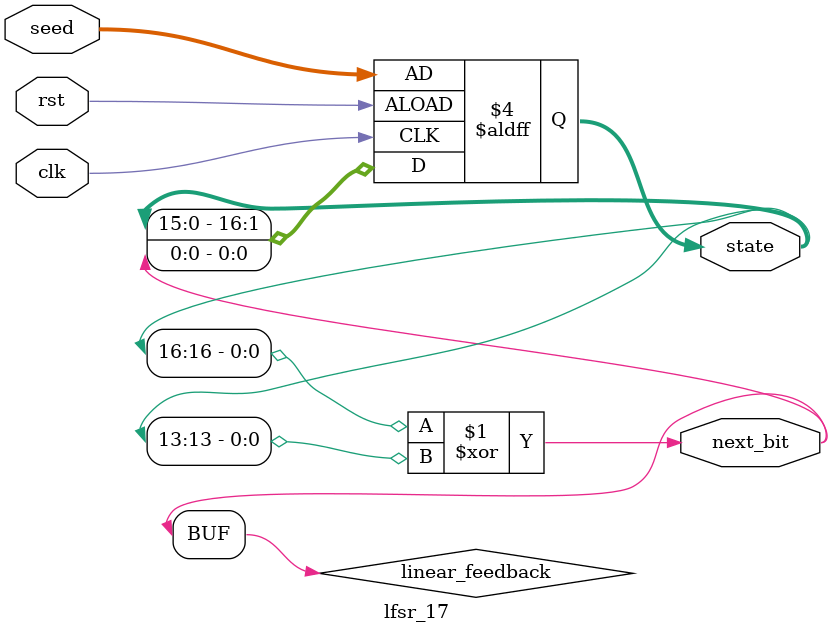
<source format=v>
module lfsr_17(next_bit, state, seed, clk, rst);
	output next_bit; 
	output [16:0] state;
	reg [16:0] state;
	input [16:0] seed;
	input clk, rst;
	
	wire linear_feedback;

	// The next bit is the xor of bits 17 and 14
	assign linear_feedback =  state[16] ^ state[13];
	assign next_bit = linear_feedback;
	
	always @(posedge clk or negedge rst)
	if (!rst) 
	begin // active low reset
	  state <= seed ;// The initial state is the seed value
	end 
	else
	begin
	 state <= {
				state[16],
				state[15],
				state[14],
				state[13],
				state[12],
				state[11],
				state[10],
				state[9],
				state[8],
				state[7],
				state[6],
				state[5],
				state[4],
				state[3],
				state[2],
				state[1],
				state[0],
				linear_feedback};
	 end 
 
 endmodule 

</source>
